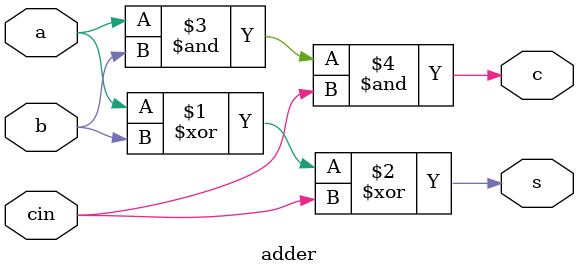
<source format=v>
`timescale 1ps/1ps

module adder (
    input a, // it will be continously driven. by default they are wire
    input b,
    input cin,
    output s,
    output c
);

xor (s,a,b,cin);
and (c,a,b,cin);

endmodule
</source>
